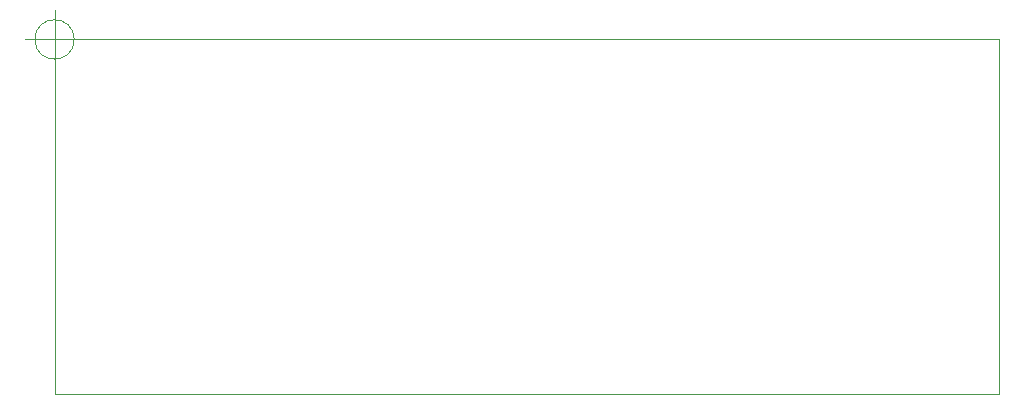
<source format=gbr>
%TF.GenerationSoftware,KiCad,Pcbnew,6.0.1-79c1e3a40b~116~ubuntu20.04.1*%
%TF.CreationDate,2022-10-21T13:42:04+09:00*%
%TF.ProjectId,HV-terminal-branch-board,48562d74-6572-46d6-996e-616c2d627261,1.0*%
%TF.SameCoordinates,Original*%
%TF.FileFunction,Profile,NP*%
%FSLAX46Y46*%
G04 Gerber Fmt 4.6, Leading zero omitted, Abs format (unit mm)*
G04 Created by KiCad (PCBNEW 6.0.1-79c1e3a40b~116~ubuntu20.04.1) date 2022-10-21 13:42:04*
%MOMM*%
%LPD*%
G01*
G04 APERTURE LIST*
%TA.AperFunction,Profile*%
%ADD10C,0.100000*%
%TD*%
G04 APERTURE END LIST*
D10*
X160000000Y-90000000D02*
X160000000Y-60000000D01*
X80000000Y-60000000D02*
X160000000Y-60000000D01*
X80000000Y-60000000D02*
X80000000Y-90000000D01*
X80000000Y-90000000D02*
X160000000Y-90000000D01*
X81666666Y-60000000D02*
G75*
G03*
X81666666Y-60000000I-1666666J0D01*
G01*
X77500000Y-60000000D02*
X82500000Y-60000000D01*
X80000000Y-57500000D02*
X80000000Y-62500000D01*
M02*

</source>
